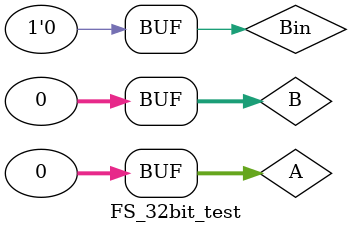
<source format=v>
module FS_32bit (input [31:0] A, B, input Bin, 
                 output reg [31:0] Diff, output reg Bout, Z, N);
  reg [32:0] t;
  
  always @ (A or B or Bin)
    begin
      t = A - B - Bin;
      Diff = t[31:0];
      if (B > A || Bin > (A - B))
      	Bout = 1'b1;
      else
        Bout = 1'b0;
      if (Diff == 32'h00000000)
        begin
          Z = 1;
          N = 0;
        end
      else
        begin
          Z = 0;
          if (Diff[31] == 1'b0)
            N = 0;
          else
            N = 1;
        end
    end
endmodule


//testbench
module FS_32bit_test;
  reg [31:0] A, B;
  reg Bin;
  wire [31:0] Diff;
  wire Bout, Z, N;
  
  FS_32bit FS(A, B, Bin, Diff[31:0], Bout, Z, N);
  
  initial
    begin
      $monitor("    A         B    Bin |    Diff   Bout  Z  N");
      #5 A = 32'h00000002; B = 32'h00000001; Bin = 0;	//2 positive w/out Borrow
      $monitor("%h  %h  %d  |  %h  %d    %d  %d", A, B, Bin, Diff[31:0], Bout, Z, N);
      #5 A = 32'h00000002; B = 32'h00000003; Bin = 1;	//2 positive w/ Borrow
      $monitor("%h  %h  %d  |  %h  %d    %d  %d", A, B, Bin, Diff[31:0], Bout, Z, N);
      #5 A = 32'h00000003; B = -32'hfffffffd; Bin = 0;	//1 positive 1 negative w/out carry
      $monitor("%h  %h  %d  |  %h  %d    %d  %d", A, B, Bin, Diff[31:0], Bout, Z, N);
      #5 A = 32'h00000002; B = -32'h00000001; Bin = 1;	//1 positive 1 negative w/ carry
      $monitor("%h  %h  %d  |  %h  %d    %d  %d", A, B, Bin, Diff[31:0], Bout, Z, N);
      #5 A = -32'h00000003; B = -32'hfffffffe; Bin = 0;	//2 negative w/out carry 
      $monitor("%h  %h  %d  |  %h  %d    %d  %d", A, B, Bin, Diff[31:0], Bout, Z, N);
      #5 A = -32'h00000003; B = -32'hfffffffe; Bin = 1;	//2 negative w/ carry
      $monitor("%h  %h  %d  |  %h  %d    %d  %d", A, B, Bin, Diff[31:0], Bout, Z, N);
      #5 A = 32'h00000002; B = 32'h00000002; Bin = 1;	//negative sum
      $monitor("%h  %h  %d  |  %h  %d    %d  %d", A, B, Bin, Diff[31:0], Bout, Z, N);
      #5 A = 32'h00000000; B = 32'h00000000; Bin = 0;	//zero sum
      $monitor("%h  %h  %d  |  %h  %d    %d  %d", A, B, Bin, Diff[31:0], Bout, Z, N);
    end
endmodule

</source>
